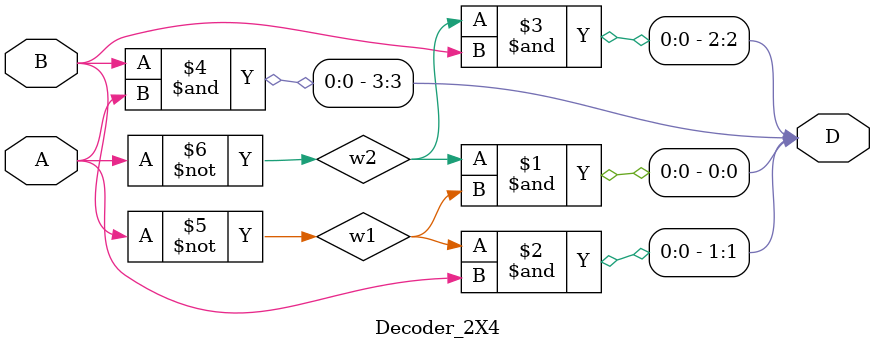
<source format=v>
module Decoder_2X4(D,A,B);
  output [0:3] D;
  input        A,B;
  wire         w1,w2;
  
  not
  G1(w1,B),
  G2(w2,A);
  
  and
  G3(D[0],w2,w1),
  G4(D[1],w1,A),
  G5(D[2],w2,B),
  G6(D[3],B,A);
  
endmodule
</source>
